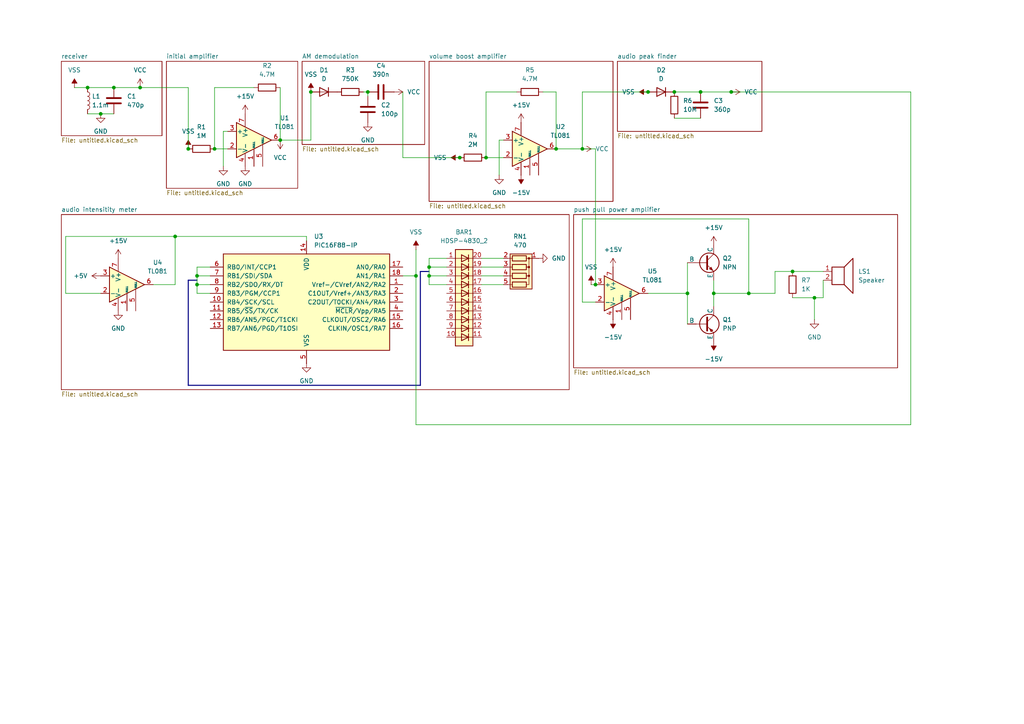
<source format=kicad_sch>
(kicad_sch (version 20250114) (generator "eeschema") (generator_version "9.0")
  (paper "A4")
  (lib_symbols
    (symbol "Amplifier_Operational:TL081" (pin_names (offset 0.127))
      (property "Reference" "U" (at 0 6.35 0))
      (property "Value" "TL081" (at 0 3.81 0))
      (symbol "TL081_0_1"
        (polyline (pts (xy -5.08 5.08) (xy 5.08 0) (xy -5.08 -5.08) (xy -5.08 5.08)) (stroke (width 0.254)) (fill (type background)))
      )
      (symbol "TL081_1_1"
        (pin input line (at -7.62 2.54 0) (length 2.54) (name "+") (number "3"))
        (pin input line (at -7.62 -2.54 0) (length 2.54) (name "-") (number "2"))
        (pin power_in line (at -2.54 7.62 270) (length 3.81) (name "V+") (number "7"))
        (pin power_in line (at -2.54 -7.62 90) (length 3.81) (name "V-") (number "4"))
        (pin no_connect line (at 0 2.54 270) (length 2.54) (hide yes) (name "NC") (number "8"))
        (pin input line (at 0 -7.62 90) (length 5.08) (name "NULL") (number "1"))
        (pin input line (at 2.54 -7.62 90) (length 6.35) (name "NULL") (number "5"))
        (pin output line (at 7.62 0 180) (length 2.54) (name "~") (number "6"))
      )
    )
    (symbol "Device:C" (pin_numbers (hide yes)) (pin_names (offset 0.254))
      (property "Reference" "C" (at 0.635 2.54 0))
      (property "Value" "C" (at 0.635 -2.54 0))
      (symbol "C_0_1"
        (polyline (pts (xy -2.032 0.762) (xy 2.032 0.762)) (stroke (width 0.508)))
        (polyline (pts (xy -2.032 -0.762) (xy 2.032 -0.762)) (stroke (width 0.508)))
      )
      (symbol "C_1_1"
        (pin passive line (at 0 3.81 270) (length 2.794) (name "~") (number "1"))
        (pin passive line (at 0 -3.81 90) (length 2.794) (name "~") (number "2"))
      )
    )
    (symbol "Device:D" (pin_numbers (hide yes)) (pin_names (offset 1.016) (hide yes))
      (property "Reference" "D" (at 0 2.54 0))
      (property "Value" "D" (at 0 -2.54 0))
      (symbol "D_0_1"
        (polyline (pts (xy -1.27 1.27) (xy -1.27 -1.27)) (stroke (width 0.254)))
        (polyline (pts (xy 1.27 1.27) (xy 1.27 -1.27) (xy -1.27 0) (xy 1.27 1.27)) (stroke (width 0.254)))
        (polyline (pts (xy 1.27 0) (xy -1.27 0)))
      )
      (symbol "D_1_1"
        (pin passive line (at -3.81 0 0) (length 2.54) (name "K") (number "1"))
        (pin passive line (at 3.81 0 180) (length 2.54) (name "A") (number "2"))
      )
    )
    (symbol "Device:L" (pin_numbers (hide yes)) (pin_names (offset 1.016) (hide yes))
      (property "Reference" "L" (at -1.27 0 90))
      (property "Value" "L" (at 1.905 0 90))
      (symbol "L_0_1"
        (arc (start 0 2.54) (mid 0.6323 1.905) (end 0 1.27))
        (arc (start 0 1.27) (mid 0.6323 0.635) (end 0 0))
        (arc (start 0 0) (mid 0.6323 -0.635) (end 0 -1.27))
        (arc (start 0 -1.27) (mid 0.6323 -1.905) (end 0 -2.54))
      )
      (symbol "L_1_1"
        (pin passive line (at 0 3.81 270) (length 1.27) (name "1") (number "1"))
        (pin passive line (at 0 -3.81 90) (length 1.27) (name "2") (number "2"))
      )
    )
    (symbol "Device:R" (pin_numbers (hide yes)) (pin_names (offset 0))
      (property "Reference" "R" (at 2.032 0 90))
      (property "Value" "R" (at 0 0 90))
      (symbol "R_0_1"
        (rectangle (start -1.016 -2.54) (end 1.016 2.54) (stroke (width 0.254)))
      )
      (symbol "R_1_1"
        (pin passive line (at 0 3.81 270) (length 1.27) (name "~") (number "1"))
        (pin passive line (at 0 -3.81 90) (length 1.27) (name "~") (number "2"))
      )
    )
    (symbol "Device:R_Network04" (pin_names (offset 0) (hide yes))
      (property "Reference" "RN" (at -7.62 0 90))
      (property "Value" "R_Network04" (at 5.08 0 90))
      (symbol "R_Network04_0_1"
        (rectangle (start -6.35 -3.175) (end 3.81 3.175) (stroke (width 0.254)) (fill (type background)))
        (rectangle (start -5.842 1.524) (end -4.318 -2.54) (stroke (width 0.254)))
        (circle (center -5.08 2.286) (radius 0.254) (fill (type outline)))
        (polyline (pts (xy -5.08 1.524) (xy -5.08 2.286) (xy -2.54 2.286) (xy -2.54 1.524)))
        (polyline (pts (xy -5.08 -2.54) (xy -5.08 -3.81)))
        (rectangle (start -3.302 1.524) (end -1.778 -2.54) (stroke (width 0.254)))
        (circle (center -2.54 2.286) (radius 0.254) (fill (type outline)))
        (polyline (pts (xy -2.54 1.524) (xy -2.54 2.286) (xy 0 2.286) (xy 0 1.524)))
        (polyline (pts (xy -2.54 -2.54) (xy -2.54 -3.81)))
        (rectangle (start -0.762 1.524) (end 0.762 -2.54) (stroke (width 0.254)))
        (circle (center 0 2.286) (radius 0.254) (fill (type outline)))
        (polyline (pts (xy 0 1.524) (xy 0 2.286) (xy 2.54 2.286) (xy 2.54 1.524)))
        (polyline (pts (xy 0 -2.54) (xy 0 -3.81)))
        (rectangle (start 1.778 1.524) (end 3.302 -2.54) (stroke (width 0.254)))
        (polyline (pts (xy 2.54 -2.54) (xy 2.54 -3.81)))
      )
      (symbol "R_Network04_1_1"
        (pin passive line (at -5.08 5.08 270) (length 2.54) (name "common") (number "1"))
        (pin passive line (at -5.08 -5.08 90) (length 1.27) (name "R1") (number "2"))
        (pin passive line (at -2.54 -5.08 90) (length 1.27) (name "R2") (number "3"))
        (pin passive line (at 0 -5.08 90) (length 1.27) (name "R3") (number "4"))
        (pin passive line (at 2.54 -5.08 90) (length 1.27) (name "R4") (number "5"))
      )
    )
    (symbol "Device:Speaker" (pin_names (offset 0) (hide yes))
      (property "Reference" "LS" (at 1.27 5.715 0))
      (property "Value" "Speaker" (at 1.27 3.81 0))
      (symbol "Speaker_0_0"
        (rectangle (start -2.54 1.27) (end 1.016 -3.81) (stroke (width 0.254)))
        (polyline (pts (xy 1.016 1.27) (xy 3.556 3.81) (xy 3.556 -6.35) (xy 1.016 -3.81)) (stroke (width 0.254)))
      )
      (symbol "Speaker_1_1"
        (pin input line (at -5.08 0 0) (length 2.54) (name "1") (number "1"))
        (pin input line (at -5.08 -2.54 0) (length 2.54) (name "2") (number "2"))
      )
    )
    (symbol "LED:HDSP-4830_2" (pin_names (offset 1.016) (hide yes))
      (property "Reference" "BAR" (at 0 15.24 0))
      (property "Value" "HDSP-4830_2" (at 0 -17.78 0))
      (symbol "HDSP-4830_2_0_1"
        (rectangle (start -2.54 12.7) (end 2.54 -15.24) (stroke (width 0.254)) (fill (type background)))
        (polyline (pts (xy -2.54 10.16) (xy 2.54 10.16)))
        (polyline (pts (xy -2.54 7.62) (xy 2.54 7.62)))
        (polyline (pts (xy -2.54 5.08) (xy 2.54 5.08)))
        (polyline (pts (xy -2.54 0) (xy 2.54 0)))
        (polyline (pts (xy -2.54 -5.08) (xy 2.54 -5.08)))
        (polyline (pts (xy -2.54 -7.62) (xy 2.54 -7.62)))
        (polyline (pts (xy -2.54 -10.16) (xy 2.54 -10.16)))
        (polyline (pts (xy -2.54 -12.7) (xy 2.54 -12.7)))
        (polyline (pts (xy -0.762 11.176) (xy -0.762 9.144) (xy 1.27 10.16) (xy -0.762 11.176)) (stroke (width 0.254)))
        (polyline (pts (xy -0.762 8.636) (xy -0.762 6.604) (xy 1.27 7.62) (xy -0.762 8.636)) (stroke (width 0.254)))
        (polyline (pts (xy -0.762 6.096) (xy -0.762 4.064) (xy 1.27 5.08) (xy -0.762 6.096)) (stroke (width 0.254)))
        (polyline (pts (xy -0.762 3.556) (xy -0.762 1.524) (xy 1.27 2.54) (xy -0.762 3.556)) (stroke (width 0.254)))
        (polyline (pts (xy -0.762 1.016) (xy -0.762 -1.016) (xy 1.27 0) (xy -0.762 1.016)) (stroke (width 0.254)))
        (polyline (pts (xy -0.762 -1.524) (xy -0.762 -3.556) (xy 1.27 -2.54) (xy -0.762 -1.524)) (stroke (width 0.254)))
        (polyline (pts (xy -0.762 -4.064) (xy -0.762 -6.096) (xy 1.27 -5.08) (xy -0.762 -4.064)) (stroke (width 0.254)))
        (polyline (pts (xy -0.762 -6.604) (xy -0.762 -8.636) (xy 1.27 -7.62) (xy -0.762 -6.604)) (stroke (width 0.254)))
        (polyline (pts (xy -0.762 -9.144) (xy -0.762 -11.176) (xy 1.27 -10.16) (xy -0.762 -9.144)) (stroke (width 0.254)))
        (polyline (pts (xy -0.762 -11.684) (xy -0.762 -13.716) (xy 1.27 -12.7) (xy -0.762 -11.684)) (stroke (width 0.254)))
        (polyline (pts (xy 1.27 11.176) (xy 1.27 9.144)) (stroke (width 0.254)))
        (polyline (pts (xy 1.27 8.636) (xy 1.27 6.604)) (stroke (width 0.254)))
        (polyline (pts (xy 1.27 6.096) (xy 1.27 4.064)) (stroke (width 0.254)))
        (polyline (pts (xy 1.27 3.556) (xy 1.27 1.524)) (stroke (width 0.254)))
        (polyline (pts (xy 1.27 1.016) (xy 1.27 -1.016)) (stroke (width 0.254)))
        (polyline (pts (xy 1.27 -1.524) (xy 1.27 -3.556)) (stroke (width 0.254)))
        (polyline (pts (xy 1.27 -4.064) (xy 1.27 -6.096)) (stroke (width 0.254)))
        (polyline (pts (xy 1.27 -6.604) (xy 1.27 -8.636)) (stroke (width 0.254)))
        (polyline (pts (xy 1.27 -9.144) (xy 1.27 -11.176)) (stroke (width 0.254)))
        (polyline (pts (xy 1.27 -11.684) (xy 1.27 -13.716)) (stroke (width 0.254)))
        (polyline (pts (xy 2.54 2.54) (xy -2.54 2.54)))
        (polyline (pts (xy 2.54 -2.54) (xy -2.54 -2.54)))
      )
      (symbol "HDSP-4830_2_1_1"
        (pin passive line (at -5.08 10.16 0) (length 2.54) (name "A") (number "1"))
        (pin passive line (at -5.08 7.62 0) (length 2.54) (name "A") (number "2"))
        (pin passive line (at -5.08 5.08 0) (length 2.54) (name "A") (number "3"))
        (pin passive line (at -5.08 2.54 0) (length 2.54) (name "A") (number "4"))
        (pin passive line (at -5.08 0 0) (length 2.54) (name "A") (number "5"))
        (pin passive line (at -5.08 -2.54 0) (length 2.54) (name "A") (number "6"))
        (pin passive line (at -5.08 -5.08 0) (length 2.54) (name "A") (number "7"))
        (pin passive line (at -5.08 -7.62 0) (length 2.54) (name "A") (number "8"))
        (pin passive line (at -5.08 -10.16 0) (length 2.54) (name "A") (number "9"))
        (pin passive line (at -5.08 -12.7 0) (length 2.54) (name "A") (number "10"))
        (pin passive line (at 5.08 10.16 180) (length 2.54) (name "K") (number "20"))
        (pin passive line (at 5.08 7.62 180) (length 2.54) (name "K") (number "19"))
        (pin passive line (at 5.08 5.08 180) (length 2.54) (name "K") (number "18"))
        (pin passive line (at 5.08 2.54 180) (length 2.54) (name "K") (number "17"))
        (pin passive line (at 5.08 0 180) (length 2.54) (name "K") (number "16"))
        (pin passive line (at 5.08 -2.54 180) (length 2.54) (name "K") (number "15"))
        (pin passive line (at 5.08 -5.08 180) (length 2.54) (name "K") (number "14"))
        (pin passive line (at 5.08 -7.62 180) (length 2.54) (name "K") (number "13"))
        (pin passive line (at 5.08 -10.16 180) (length 2.54) (name "K") (number "12"))
        (pin passive line (at 5.08 -12.7 180) (length 2.54) (name "K") (number "11"))
      )
    )
    (symbol "MCU_Microchip_PIC16:PIC16F88-IP" (pin_names (offset 1.016))
      (property "Reference" "U" (at -22.86 17.78 0))
      (property "Value" "PIC16F88-IP" (at -22.86 15.24 0))
      (symbol "PIC16F88-IP_0_1"
        (rectangle (start 24.13 13.97) (end -24.13 -13.97) (stroke (width 0.254)) (fill (type background)))
      )
      (symbol "PIC16F88-IP_1_1"
        (pin bidirectional line (at -27.94 10.16 0) (length 3.81) (name "RB0/INT/CCP1") (number "6"))
        (pin bidirectional line (at -27.94 7.62 0) (length 3.81) (name "RB1/SDI/SDA") (number "7"))
        (pin bidirectional line (at -27.94 5.08 0) (length 3.81) (name "RB2/SDO/RX/DT") (number "8"))
        (pin bidirectional line (at -27.94 2.54 0) (length 3.81) (name "RB3/PGM/CCP1") (number "9"))
        (pin bidirectional line (at -27.94 0 0) (length 3.81) (name "RB4/SCK/SCL") (number "10"))
        (pin bidirectional line (at -27.94 -2.54 0) (length 3.81) (name "RB5/~{SS}/TX/CK") (number "11"))
        (pin bidirectional line (at -27.94 -5.08 0) (length 3.81) (name "RB6/AN5/PGC/T1CKI") (number "12"))
        (pin bidirectional line (at -27.94 -7.62 0) (length 3.81) (name "RB7/AN6/PGD/T1OSI") (number "13"))
        (pin power_in line (at 0 17.78 270) (length 3.81) (name "VDD") (number "14"))
        (pin power_in line (at 0 -17.78 90) (length 3.81) (name "VSS") (number "5"))
        (pin bidirectional line (at 27.94 10.16 180) (length 3.81) (name "AN0/RA0") (number "17"))
        (pin bidirectional line (at 27.94 7.62 180) (length 3.81) (name "AN1/RA1") (number "18"))
        (pin bidirectional line (at 27.94 5.08 180) (length 3.81) (name "Vref-/CVref/AN2/RA2") (number "1"))
        (pin bidirectional line (at 27.94 2.54 180) (length 3.81) (name "C1OUT/Vref+/AN3/RA3") (number "2"))
        (pin bidirectional line (at 27.94 0 180) (length 3.81) (name "C2OUT/T0CKI/AN4/RA4") (number "3"))
        (pin input line (at 27.94 -2.54 180) (length 3.81) (name "~{MCLR}/Vpp/RA5") (number "4"))
        (pin bidirectional line (at 27.94 -5.08 180) (length 3.81) (name "CLKOUT/OSC2/RA6") (number "15"))
        (pin bidirectional line (at 27.94 -7.62 180) (length 3.81) (name "CLKIN/OSC1/RA7") (number "16"))
      )
    )
    (symbol "Simulation_SPICE:NPN" (pin_numbers (hide yes)) (pin_names (offset 0))
      (property "Reference" "Q" (at -2.54 7.62 0))
      (property "Value" "NPN" (at -2.54 5.08 0))
      (symbol "NPN_0_1"
        (polyline (pts (xy -2.54 0) (xy 0.635 0)) (stroke (width 0.1524)))
        (polyline (pts (xy 0.635 1.905) (xy 0.635 -1.905) (xy 0.635 -1.905)) (stroke (width 0.508)))
        (polyline (pts (xy 0.635 0.635) (xy 2.54 2.54)))
        (polyline (pts (xy 0.635 -0.635) (xy 2.54 -2.54) (xy 2.54 -2.54)))
        (circle (center 1.27 0) (radius 2.8194) (stroke (width 0.254)))
        (polyline (pts (xy 1.27 -1.778) (xy 1.778 -1.27) (xy 2.286 -2.286) (xy 1.27 -1.778) (xy 1.27 -1.778)) (fill (type outline)))
        (polyline (pts (xy 2.794 -1.27) (xy 2.794 -1.27)) (stroke (width 0.1524)))
        (polyline (pts (xy 2.794 -1.27) (xy 2.794 -1.27)) (stroke (width 0.1524)))
      )
      (symbol "NPN_1_1"
        (pin input line (at -5.08 0 0) (length 2.54) (name "B") (number "2"))
        (pin open_collector line (at 2.54 5.08 270) (length 2.54) (name "C") (number "1"))
        (pin open_emitter line (at 2.54 -5.08 90) (length 2.54) (name "E") (number "3"))
      )
    )
    (symbol "Simulation_SPICE:PNP" (pin_numbers (hide yes)) (pin_names (offset 0))
      (property "Reference" "Q" (at -2.54 7.62 0))
      (property "Value" "PNP" (at -2.54 5.08 0))
      (symbol "PNP_0_1"
        (polyline (pts (xy -2.54 0) (xy 0.635 0)) (stroke (width 0.1524)))
        (polyline (pts (xy 0.635 1.905) (xy 0.635 -1.905) (xy 0.635 -1.905)) (stroke (width 0.508)))
        (polyline (pts (xy 0.635 0.635) (xy 2.54 2.54)))
        (polyline (pts (xy 0.635 -0.635) (xy 2.54 -2.54) (xy 2.54 -2.54)))
        (circle (center 1.27 0) (radius 2.8194) (stroke (width 0.254)))
        (polyline (pts (xy 2.286 -1.778) (xy 1.778 -2.286) (xy 1.27 -1.27) (xy 2.286 -1.778) (xy 2.286 -1.778)) (fill (type outline)))
      )
      (symbol "PNP_1_1"
        (pin input line (at -5.08 0 0) (length 2.54) (name "B") (number "2"))
        (pin open_collector line (at 2.54 5.08 270) (length 2.54) (name "C") (number "1"))
        (pin open_emitter line (at 2.54 -5.08 90) (length 2.54) (name "E") (number "3"))
      )
    )
    (symbol "power:+15V" (power) (pin_numbers (hide yes)) (pin_names (offset 0) (hide yes))
      (property "Value" "+15V" (at 0 3.556 0))
      (symbol "+15V_0_1"
        (polyline (pts (xy -0.762 1.27) (xy 0 2.54)))
        (polyline (pts (xy 0 2.54) (xy 0.762 1.27)))
        (polyline (pts (xy 0 0) (xy 0 2.54)))
      )
      (symbol "+15V_1_1"
        (pin power_in line (at 0 0 90) (length 0) (name "~") (number "1"))
      )
    )
    (symbol "power:+5V" (power) (pin_numbers (hide yes)) (pin_names (offset 0) (hide yes))
      (property "Value" "+5V" (at 0 3.556 0))
      (symbol "+5V_0_1"
        (polyline (pts (xy -0.762 1.27) (xy 0 2.54)))
        (polyline (pts (xy 0 2.54) (xy 0.762 1.27)))
        (polyline (pts (xy 0 0) (xy 0 2.54)))
      )
      (symbol "+5V_1_1"
        (pin power_in line (at 0 0 90) (length 0) (name "~") (number "1"))
      )
    )
    (symbol "power:-15V" (power) (pin_numbers (hide yes)) (pin_names (offset 0) (hide yes))
      (property "Value" "-15V" (at 0 3.556 0))
      (symbol "-15V_0_0"
        (pin power_in line (at 0 0 90) (length 0) (name "~") (number "1"))
      )
      (symbol "-15V_0_1"
        (polyline (pts (xy 0 0) (xy 0 1.27) (xy 0.762 1.27) (xy 0 2.54) (xy -0.762 1.27) (xy 0 1.27)) (fill (type outline)))
      )
    )
    (symbol "power:GND" (power) (pin_numbers (hide yes)) (pin_names (offset 0) (hide yes))
      (property "Value" "GND" (at 0 -3.81 0))
      (symbol "GND_0_1"
        (polyline (pts (xy 0 0) (xy 0 -1.27) (xy 1.27 -1.27) (xy 0 -2.54) (xy -1.27 -1.27) (xy 0 -1.27)))
      )
      (symbol "GND_1_1"
        (pin power_in line (at 0 0 270) (length 0) (name "~") (number "1"))
      )
    )
    (symbol "power:VCC" (power) (pin_numbers (hide yes)) (pin_names (offset 0) (hide yes))
      (property "Value" "VCC" (at 0 3.556 0))
      (symbol "VCC_0_1"
        (polyline (pts (xy -0.762 1.27) (xy 0 2.54)))
        (polyline (pts (xy 0 2.54) (xy 0.762 1.27)))
        (polyline (pts (xy 0 0) (xy 0 2.54)))
      )
      (symbol "VCC_1_1"
        (pin power_in line (at 0 0 90) (length 0) (name "~") (number "1"))
      )
    )
    (symbol "power:VSS" (power) (pin_numbers (hide yes)) (pin_names (offset 0) (hide yes))
      (property "Value" "VSS" (at 0 3.556 0))
      (symbol "VSS_0_1"
        (polyline (pts (xy 0 0) (xy 0 2.54)))
        (polyline (pts (xy 0.762 1.27) (xy -0.762 1.27) (xy 0 2.54) (xy 0.762 1.27)) (fill (type outline)))
      )
      (symbol "VSS_1_1"
        (pin power_in line (at 0 0 90) (length 0) (name "~") (number "1"))
      )
    )
  )
  (junction (at 81.28 40.64))
  (junction (at 207.01 85.09))
  (junction (at 25.4 25.4))
  (junction (at 217.17 85.09))
  (junction (at 172.72 82.55))
  (junction (at 124.46 77.47))
  (junction (at 199.39 85.09))
  (junction (at 40.64 25.4))
  (junction (at 229.87 78.74))
  (junction (at 140.97 45.72))
  (junction (at 62.23 43.18))
  (junction (at 133.35 45.72))
  (junction (at 33.02 25.4))
  (junction (at 195.58 26.67))
  (junction (at 161.29 43.18))
  (junction (at 29.21 33.02))
  (junction (at 124.46 80.01))
  (junction (at 187.96 26.67))
  (junction (at 54.61 43.18))
  (junction (at 203.2 26.67))
  (junction (at 106.68 26.67))
  (junction (at 90.17 26.67))
  (junction (at 120.65 80.01))
  (junction (at 168.91 43.18))
  (junction (at 57.15 80.01))
  (junction (at 212.09 26.67))
  (junction (at 57.15 82.55))
  (junction (at 50.8 68.58))
  (junction (at 236.22 86.36))
  (wire (pts (xy 207.01 81.28) (xy 207.01 85.09)))
  (wire (pts (xy 168.91 43.18) (xy 168.91 26.67)))
  (wire (pts (xy 60.96 85.09) (xy 57.15 85.09)))
  (bus (pts (xy 121.92 111.76) (xy 54.61 111.76)))
  (wire (pts (xy 238.76 81.28) (xy 238.76 86.36)))
  (wire (pts (xy 212.09 26.67) (xy 264.16 26.67)))
  (wire (pts (xy 146.05 40.64) (xy 144.78 40.64)))
  (wire (pts (xy 81.28 40.64) (xy 81.28 25.4)))
  (wire (pts (xy 217.17 63.5) (xy 168.91 63.5)))
  (wire (pts (xy 168.91 87.63) (xy 172.72 87.63)))
  (wire (pts (xy 124.46 74.93) (xy 124.46 77.47)))
  (wire (pts (xy 120.65 72.39) (xy 120.65 80.01)))
  (wire (pts (xy 44.45 82.55) (xy 50.8 82.55)))
  (wire (pts (xy 171.45 82.55) (xy 172.72 82.55)))
  (wire (pts (xy 60.96 77.47) (xy 57.15 77.47)))
  (wire (pts (xy 57.15 80.01) (xy 57.15 82.55)))
  (wire (pts (xy 140.97 45.72) (xy 146.05 45.72)))
  (wire (pts (xy 224.79 78.74) (xy 229.87 78.74)))
  (wire (pts (xy 172.72 43.18) (xy 172.72 82.55)))
  (wire (pts (xy 116.84 26.67) (xy 116.84 45.72)))
  (wire (pts (xy 33.02 25.4) (xy 40.64 25.4)))
  (wire (pts (xy 50.8 68.58) (xy 19.05 68.58)))
  (bus (pts (xy 54.61 81.28) (xy 57.15 81.28)))
  (wire (pts (xy 195.58 26.67) (xy 203.2 26.67)))
  (wire (pts (xy 161.29 43.18) (xy 161.29 26.67)))
  (wire (pts (xy 129.54 77.47) (xy 124.46 77.47)))
  (wire (pts (xy 224.79 85.09) (xy 224.79 78.74)))
  (wire (pts (xy 73.66 25.4) (xy 62.23 25.4)))
  (wire (pts (xy 54.61 25.4) (xy 54.61 43.18)))
  (wire (pts (xy 161.29 26.67) (xy 157.48 26.67)))
  (wire (pts (xy 29.21 33.02) (xy 33.02 33.02)))
  (wire (pts (xy 149.86 26.67) (xy 140.97 26.67)))
  (wire (pts (xy 187.96 85.09) (xy 199.39 85.09)))
  (wire (pts (xy 88.9 68.58) (xy 88.9 69.85)))
  (wire (pts (xy 120.65 123.19) (xy 120.65 80.01)))
  (wire (pts (xy 238.76 86.36) (xy 236.22 86.36)))
  (wire (pts (xy 19.05 68.58) (xy 19.05 85.09)))
  (wire (pts (xy 236.22 86.36) (xy 229.87 86.36)))
  (wire (pts (xy 146.05 77.47) (xy 139.7 77.47)))
  (wire (pts (xy 168.91 63.5) (xy 168.91 87.63)))
  (wire (pts (xy 50.8 68.58) (xy 88.9 68.58)))
  (wire (pts (xy 50.8 82.55) (xy 50.8 68.58)))
  (wire (pts (xy 64.77 38.1) (xy 64.77 48.26)))
  (bus (pts (xy 124.46 78.74) (xy 121.92 78.74)))
  (bus (pts (xy 121.92 78.74) (xy 121.92 111.76)))
  (wire (pts (xy 236.22 86.36) (xy 236.22 92.71)))
  (wire (pts (xy 116.84 80.01) (xy 120.65 80.01)))
  (wire (pts (xy 60.96 82.55) (xy 57.15 82.55)))
  (wire (pts (xy 81.28 40.64) (xy 90.17 40.64)))
  (wire (pts (xy 124.46 82.55) (xy 124.46 80.01)))
  (wire (pts (xy 144.78 40.64) (xy 144.78 50.8)))
  (wire (pts (xy 203.2 26.67) (xy 212.09 26.67)))
  (wire (pts (xy 207.01 85.09) (xy 217.17 85.09)))
  (wire (pts (xy 62.23 25.4) (xy 62.23 43.18)))
  (wire (pts (xy 66.04 38.1) (xy 64.77 38.1)))
  (wire (pts (xy 229.87 78.74) (xy 238.76 78.74)))
  (wire (pts (xy 217.17 85.09) (xy 224.79 85.09)))
  (wire (pts (xy 40.64 25.4) (xy 54.61 25.4)))
  (wire (pts (xy 25.4 33.02) (xy 29.21 33.02)))
  (wire (pts (xy 19.05 85.09) (xy 29.21 85.09)))
  (wire (pts (xy 129.54 82.55) (xy 124.46 82.55)))
  (wire (pts (xy 57.15 77.47) (xy 57.15 80.01)))
  (wire (pts (xy 25.4 25.4) (xy 33.02 25.4)))
  (wire (pts (xy 168.91 43.18) (xy 172.72 43.18)))
  (wire (pts (xy 146.05 74.93) (xy 139.7 74.93)))
  (wire (pts (xy 199.39 85.09) (xy 199.39 93.98)))
  (wire (pts (xy 21.59 25.4) (xy 25.4 25.4)))
  (wire (pts (xy 106.68 26.67) (xy 106.68 27.94)))
  (wire (pts (xy 57.15 80.01) (xy 60.96 80.01)))
  (wire (pts (xy 116.84 45.72) (xy 133.35 45.72)))
  (wire (pts (xy 105.41 26.67) (xy 106.68 26.67)))
  (wire (pts (xy 161.29 43.18) (xy 168.91 43.18)))
  (bus (pts (xy 54.61 81.28) (xy 54.61 111.76)))
  (wire (pts (xy 90.17 40.64) (xy 90.17 26.67)))
  (wire (pts (xy 207.01 85.09) (xy 207.01 88.9)))
  (wire (pts (xy 140.97 26.67) (xy 140.97 45.72)))
  (wire (pts (xy 199.39 85.09) (xy 199.39 76.2)))
  (wire (pts (xy 146.05 80.01) (xy 139.7 80.01)))
  (wire (pts (xy 146.05 82.55) (xy 139.7 82.55)))
  (wire (pts (xy 57.15 82.55) (xy 57.15 85.09)))
  (wire (pts (xy 264.16 123.19) (xy 120.65 123.19)))
  (wire (pts (xy 124.46 77.47) (xy 124.46 80.01)))
  (wire (pts (xy 62.23 43.18) (xy 66.04 43.18)))
  (wire (pts (xy 264.16 26.67) (xy 264.16 123.19)))
  (wire (pts (xy 129.54 74.93) (xy 124.46 74.93)))
  (wire (pts (xy 168.91 26.67) (xy 187.96 26.67)))
  (wire (pts (xy 195.58 34.29) (xy 203.2 34.29)))
  (wire (pts (xy 217.17 85.09) (xy 217.17 63.5)))
  (wire (pts (xy 129.54 80.01) (xy 124.46 80.01)))
  (symbol (lib_id "Device:D") (at 191.77 26.67 180) (unit 1)
    (property "Reference" "D2" (at 191.77 20.32 0))
    (property "Value" "D" (at 191.77 22.86 0))
    (property "Description" "Diode" (effects (hide yes)))
    (property "Sim.Device" "D" (effects (hide yes)))
    (property "Sim.Pins" "1=K 2=A" (effects (hide yes)))
  )
  (symbol (lib_id "power:-15V") (at 177.8 92.71 180) (unit 1)
    (property "Reference" "#PWR030" (effects (hide yes)))
    (property "Value" "-15V" (at 177.8 97.79 0))
    (property "Description" "Power symbol creates a global label with name \"-15V\"" (effects (hide yes)))
  )
  (symbol (lib_id "power:GND") (at 156.21 74.93 90) (unit 1)
    (property "Reference" "#PWR023" (effects (hide yes)))
    (property "Value" "GND" (at 160.02 74.9299 90) (effects (justify right)))
    (property "Description" "Power symbol creates a global label with name \"GND\" , ground" (effects (hide yes)))
  )
  (symbol (lib_id "power:VCC") (at 114.3 26.67 270) (unit 1)
    (property "Reference" "#PWR020" (effects (hide yes)))
    (property "Value" "VCC" (at 118.11 26.6699 90) (effects (justify left)))
    (property "Description" "Power symbol creates a global label with name \"VCC\"" (effects (hide yes)))
  )
  (symbol (lib_id "power:VSS") (at 54.61 43.18 0) (unit 1)
    (property "Reference" "#PWR016" (effects (hide yes)))
    (property "Value" "VSS" (at 54.61 38.1 0))
    (property "Description" "Power symbol creates a global label with name \"VSS\"" (effects (hide yes)))
  )
  (symbol (lib_id "Device:R") (at 229.87 82.55 0) (unit 1)
    (property "Reference" "R7" (at 232.41 81.2799 0) (effects (justify left)))
    (property "Value" "1K" (at 232.41 83.8199 0) (effects (justify left)))
    (property "Description" "Resistor" (effects (hide yes)))
  )
  (symbol (lib_id "Device:C") (at 110.49 26.67 270) (unit 1)
    (property "Reference" "C4" (at 110.49 19.05 90))
    (property "Value" "390n" (at 110.49 21.59 90))
    (property "Description" "Unpolarized capacitor" (effects (hide yes)))
  )
  (symbol (lib_id "power:GND") (at 144.78 50.8 0) (unit 1)
    (property "Reference" "#PWR06" (effects (hide yes)))
    (property "Value" "GND" (at 144.78 55.88 0))
    (property "Description" "Power symbol creates a global label with name \"GND\" , ground" (effects (hide yes)))
  )
  (symbol (lib_id "power:-15V") (at 207.01 99.06 180) (unit 1)
    (property "Reference" "#PWR026" (effects (hide yes)))
    (property "Value" "-15V" (at 207.01 104.14 0))
    (property "Description" "Power symbol creates a global label with name \"-15V\"" (effects (hide yes)))
  )
  (symbol (lib_id "power:+15V") (at 151.13 35.56 0) (unit 1)
    (property "Reference" "#PWR07" (effects (hide yes)))
    (property "Value" "+15V" (at 151.13 30.48 0))
    (property "Description" "Power symbol creates a global label with name \"+15V\"" (effects (hide yes)))
  )
  (symbol (lib_id "power:+5V") (at 29.21 80.01 90) (unit 1)
    (property "Reference" "#PWR012" (effects (hide yes)))
    (property "Value" "+5V" (at 25.4 80.0099 90) (effects (justify left)))
    (property "Description" "Power symbol creates a global label with name \"+5V\"" (effects (hide yes)))
  )
  (symbol (lib_id "power:+15V") (at 34.29 74.93 0) (unit 1)
    (property "Reference" "#PWR010" (effects (hide yes)))
    (property "Value" "+15V" (at 34.29 69.85 0))
    (property "Description" "Power symbol creates a global label with name \"+15V\"" (effects (hide yes)))
  )
  (symbol (lib_id "power:VSS") (at 120.65 72.39 0) (unit 1)
    (property "Reference" "#PWR022" (effects (hide yes)))
    (property "Value" "VSS" (at 120.65 67.31 0))
    (property "Description" "Power symbol creates a global label with name \"VSS\"" (effects (hide yes)))
  )
  (symbol (lib_id "Device:D") (at 93.98 26.67 0) (mirror y) (unit 1)
    (property "Reference" "D1" (at 93.98 20.32 0))
    (property "Value" "D" (at 93.98 22.86 0))
    (property "Description" "Diode" (effects (hide yes)))
    (property "Sim.Device" "D" (effects (hide yes)))
    (property "Sim.Pins" "1=K 2=A" (effects (hide yes)))
  )
  (symbol (lib_id "Simulation_SPICE:PNP") (at 204.47 93.98 0) (unit 1)
    (property "Reference" "Q1" (at 209.55 92.7099 0) (effects (justify left)))
    (property "Value" "PNP" (at 209.55 95.2499 0) (effects (justify left)))
    (property "Datasheet" "https://ngspice.sourceforge.io/docs/ngspice-html-manual/manual.xhtml#cha_BJTs" (effects (hide yes)))
    (property "Description" "Bipolar transistor symbol for simulation only, substrate tied to the emitter" (effects (hide yes)))
    (property "Sim.Device" "PNP" (effects (hide yes)))
    (property "Sim.Type" "GUMMELPOON" (effects (hide yes)))
    (property "Sim.Pins" "1=C 2=B 3=E" (effects (hide yes)))
  )
  (symbol (lib_id "Device:R") (at 77.47 25.4 270) (unit 1)
    (property "Reference" "R2" (at 77.47 19.05 90))
    (property "Value" "4.7M" (at 77.47 21.59 90))
    (property "Description" "Resistor" (effects (hide yes)))
  )
  (symbol (lib_id "Device:R") (at 137.16 45.72 270) (unit 1)
    (property "Reference" "R4" (at 137.16 39.37 90))
    (property "Value" "2M" (at 137.16 41.91 90))
    (property "Description" "Resistor" (effects (hide yes)))
  )
  (symbol (lib_id "Device:Speaker") (at 243.84 78.74 0) (unit 1)
    (property "Reference" "LS1" (at 248.92 78.7399 0) (effects (justify left)))
    (property "Value" "Speaker" (at 248.92 81.2799 0) (effects (justify left)))
    (property "Description" "Speaker" (effects (hide yes)))
  )
  (symbol (lib_id "Device:R_Network04") (at 151.13 80.01 270) (unit 1)
    (property "Reference" "RN1" (at 150.876 68.58 90))
    (property "Value" "470" (at 150.876 71.12 90))
    (property "Footprint" "Resistor_THT:R_Array_SIP5" (effects (hide yes)))
    (property "Datasheet" "http://www.vishay.com/docs/31509/csc.pdf" (effects (hide yes)))
    (property "Description" "4 resistor network, star topology, bussed resistors, small symbol" (effects (hide yes)))
  )
  (symbol (lib_id "power:VSS") (at 21.59 25.4 0) (unit 1)
    (property "Reference" "#PWR017" (effects (hide yes)))
    (property "Value" "VSS" (at 21.59 20.32 0))
    (property "Description" "Power symbol creates a global label with name \"VSS\"" (effects (hide yes)))
  )
  (symbol (lib_id "power:VCC") (at 212.09 26.67 270) (unit 1)
    (property "Reference" "#PWR027" (effects (hide yes)))
    (property "Value" "VCC" (at 215.9 26.6699 90) (effects (justify left)))
    (property "Description" "Power symbol creates a global label with name \"VCC\"" (effects (hide yes)))
  )
  (symbol (lib_id "power:VCC") (at 168.91 43.18 270) (unit 1)
    (property "Reference" "#PWR021" (effects (hide yes)))
    (property "Value" "VCC" (at 172.72 43.1799 90) (effects (justify left)))
    (property "Description" "Power symbol creates a global label with name \"VCC\"" (effects (hide yes)))
  )
  (symbol (lib_id "MCU_Microchip_PIC16:PIC16F88-IP") (at 88.9 87.63 0) (unit 1)
    (property "Reference" "U3" (at 91.0433 68.58 0) (effects (justify left)))
    (property "Value" "PIC16F88-IP" (at 91.0433 71.12 0) (effects (justify left)))
    (property "Datasheet" "http://ww1.microchip.com/downloads/en/DeviceDoc/30487D.pdf" (effects (hide yes)))
    (property "Description" "PIC16F88, 4096W Flash, 368B SRAM, 256B EEPROM, DIP18" (effects (hide yes)))
  )
  (symbol (lib_id "power:GND") (at 106.68 35.56 0) (unit 1)
    (property "Reference" "#PWR05" (effects (hide yes)))
    (property "Value" "GND" (at 106.68 40.64 0))
    (property "Description" "Power symbol creates a global label with name \"GND\" , ground" (effects (hide yes)))
  )
  (symbol (lib_id "power:+15V") (at 177.8 77.47 0) (unit 1)
    (property "Reference" "#PWR029" (effects (hide yes)))
    (property "Value" "+15V" (at 177.8 72.39 0))
    (property "Description" "Power symbol creates a global label with name \"+15V\"" (effects (hide yes)))
  )
  (symbol (lib_id "Device:R") (at 195.58 30.48 0) (unit 1)
    (property "Reference" "R6" (at 198.12 29.2099 0) (effects (justify left)))
    (property "Value" "10M" (at 198.12 31.7499 0) (effects (justify left)))
    (property "Description" "Resistor" (effects (hide yes)))
  )
  (symbol (lib_id "Device:L") (at 25.4 29.21 0) (unit 1)
    (property "Reference" "L1" (at 26.67 27.9399 0) (effects (justify left)))
    (property "Value" "1.1m" (at 26.67 30.4799 0) (effects (justify left)))
    (property "Description" "Inductor" (effects (hide yes)))
  )
  (symbol (lib_id "power:GND") (at 88.9 105.41 0) (unit 1)
    (property "Reference" "#PWR09" (effects (hide yes)))
    (property "Value" "GND" (at 88.9 110.49 0))
    (property "Description" "Power symbol creates a global label with name \"GND\" , ground" (effects (hide yes)))
  )
  (symbol (lib_id "Simulation_SPICE:NPN") (at 204.47 76.2 0) (unit 1)
    (property "Reference" "Q2" (at 209.55 74.9299 0) (effects (justify left)))
    (property "Value" "NPN" (at 209.55 77.4699 0) (effects (justify left)))
    (property "Datasheet" "https://ngspice.sourceforge.io/docs/ngspice-html-manual/manual.xhtml#cha_BJTs" (effects (hide yes)))
    (property "Description" "Bipolar transistor symbol for simulation only, substrate tied to the emitter" (effects (hide yes)))
    (property "Sim.Device" "NPN" (effects (hide yes)))
    (property "Sim.Type" "GUMMELPOON" (effects (hide yes)))
    (property "Sim.Pins" "1=C 2=B 3=E" (effects (hide yes)))
  )
  (symbol (lib_id "power:+15V") (at 71.12 33.02 0) (unit 1)
    (property "Reference" "#PWR02" (effects (hide yes)))
    (property "Value" "+15V" (at 71.12 27.94 0))
    (property "Description" "Power symbol creates a global label with name \"+15V\"" (effects (hide yes)))
  )
  (symbol (lib_id "power:GND") (at 71.12 48.26 0) (unit 1)
    (property "Reference" "#PWR03" (effects (hide yes)))
    (property "Value" "GND" (at 71.12 53.34 0))
    (property "Description" "Power symbol creates a global label with name \"GND\" , ground" (effects (hide yes)))
  )
  (symbol (lib_id "LED:HDSP-4830_2") (at 134.62 85.09 0) (unit 1)
    (property "Reference" "BAR1" (at 134.62 67.31 0))
    (property "Value" "HDSP-4830_2" (at 134.62 69.85 0))
    (property "Footprint" "Display:HDSP-4830" (effects (hide yes)))
    (property "Datasheet" "https://docs.broadcom.com/docs/AV02-1798EN" (effects (hide yes)))
    (property "Description" "BAR GRAPH 10 segment block, high efficiency red" (effects (hide yes)))
  )
  (symbol (lib_id "power:VCC") (at 40.64 25.4 0) (unit 1)
    (property "Reference" "#PWR018" (effects (hide yes)))
    (property "Value" "VCC" (at 40.64 20.32 0))
    (property "Description" "Power symbol creates a global label with name \"VCC\"" (effects (hide yes)))
  )
  (symbol (lib_id "Amplifier_Operational:TL081") (at 153.67 43.18 0) (unit 1)
    (property "Reference" "U2" (at 162.56 36.7598 0))
    (property "Value" "TL081" (at 162.56 39.2998 0))
    (property "Datasheet" "http://www.ti.com/lit/ds/symlink/tl081.pdf" (effects (hide yes)))
    (property "Description" "Single JFET-Input Operational Amplifiers, DIP-8/SOIC-8" (effects (hide yes)))
  )
  (symbol (lib_id "power:VSS") (at 187.96 26.67 90) (unit 1)
    (property "Reference" "#PWR013" (effects (hide yes)))
    (property "Value" "VSS" (at 184.15 26.6699 90) (effects (justify left)))
    (property "Description" "Power symbol creates a global label with name \"VSS\"" (effects (hide yes)))
  )
  (symbol (lib_id "power:VCC") (at 81.28 40.64 180) (unit 1)
    (property "Reference" "#PWR019" (effects (hide yes)))
    (property "Value" "VCC" (at 81.28 45.72 0))
    (property "Description" "Power symbol creates a global label with name \"VCC\"" (effects (hide yes)))
  )
  (symbol (lib_id "Amplifier_Operational:TL081") (at 180.34 85.09 0) (unit 1)
    (property "Reference" "U5" (at 189.23 78.6698 0))
    (property "Value" "TL081" (at 189.23 81.2098 0))
    (property "Datasheet" "http://www.ti.com/lit/ds/symlink/tl081.pdf" (effects (hide yes)))
    (property "Description" "Single JFET-Input Operational Amplifiers, DIP-8/SOIC-8" (effects (hide yes)))
  )
  (symbol (lib_id "power:VSS") (at 133.35 45.72 90) (unit 1)
    (property "Reference" "#PWR014" (effects (hide yes)))
    (property "Value" "VSS" (at 129.54 45.7199 90) (effects (justify left)))
    (property "Description" "Power symbol creates a global label with name \"VSS\"" (effects (hide yes)))
  )
  (symbol (lib_id "power:GND") (at 64.77 48.26 0) (unit 1)
    (property "Reference" "#PWR04" (effects (hide yes)))
    (property "Value" "GND" (at 64.77 53.34 0))
    (property "Description" "Power symbol creates a global label with name \"GND\" , ground" (effects (hide yes)))
  )
  (symbol (lib_id "Amplifier_Operational:TL081") (at 36.83 82.55 0) (unit 1)
    (property "Reference" "U4" (at 45.72 76.1298 0))
    (property "Value" "TL081" (at 45.72 78.6698 0))
    (property "Datasheet" "http://www.ti.com/lit/ds/symlink/tl081.pdf" (effects (hide yes)))
    (property "Description" "Single JFET-Input Operational Amplifiers, DIP-8/SOIC-8" (effects (hide yes)))
  )
  (symbol (lib_id "Device:C") (at 33.02 29.21 0) (unit 1)
    (property "Reference" "C1" (at 36.83 27.9399 0) (effects (justify left)))
    (property "Value" "470p" (at 36.83 30.4799 0) (effects (justify left)))
    (property "Description" "Unpolarized capacitor" (effects (hide yes)))
  )
  (symbol (lib_id "Device:R") (at 58.42 43.18 90) (unit 1)
    (property "Reference" "R1" (at 58.42 36.83 90))
    (property "Value" "1M" (at 58.42 39.37 90))
    (property "Description" "Resistor" (effects (hide yes)))
  )
  (symbol (lib_id "power:GND") (at 29.21 33.02 0) (unit 1)
    (property "Reference" "#PWR01" (effects (hide yes)))
    (property "Value" "GND" (at 29.21 38.1 0))
    (property "Description" "Power symbol creates a global label with name \"GND\" , ground" (effects (hide yes)))
  )
  (symbol (lib_id "Device:R") (at 101.6 26.67 90) (unit 1)
    (property "Reference" "R3" (at 101.6 20.32 90))
    (property "Value" "750K" (at 101.6 22.86 90))
    (property "Description" "Resistor" (effects (hide yes)))
  )
  (symbol (lib_id "power:VSS") (at 90.17 26.67 0) (unit 1)
    (property "Reference" "#PWR015" (effects (hide yes)))
    (property "Value" "VSS" (at 90.17 21.59 0))
    (property "Description" "Power symbol creates a global label with name \"VSS\"" (effects (hide yes)))
  )
  (symbol (lib_id "power:VSS") (at 171.45 82.55 0) (unit 1)
    (property "Reference" "#PWR028" (effects (hide yes)))
    (property "Value" "VSS" (at 171.45 77.47 0))
    (property "Description" "Power symbol creates a global label with name \"VSS\"" (effects (hide yes)))
  )
  (symbol (lib_id "power:GND") (at 236.22 92.71 0) (unit 1)
    (property "Reference" "#PWR024" (effects (hide yes)))
    (property "Value" "GND" (at 236.22 97.79 0))
    (property "Description" "Power symbol creates a global label with name \"GND\" , ground" (effects (hide yes)))
  )
  (symbol (lib_id "Amplifier_Operational:TL081") (at 73.66 40.64 0) (unit 1)
    (property "Reference" "U1" (at 82.55 34.2198 0))
    (property "Value" "TL081" (at 82.55 36.7598 0))
    (property "Datasheet" "http://www.ti.com/lit/ds/symlink/tl081.pdf" (effects (hide yes)))
    (property "Description" "Single JFET-Input Operational Amplifiers, DIP-8/SOIC-8" (effects (hide yes)))
  )
  (symbol (lib_id "Device:C") (at 203.2 30.48 0) (unit 1)
    (property "Reference" "C3" (at 207.01 29.2099 0) (effects (justify left)))
    (property "Value" "360p" (at 207.01 31.7499 0) (effects (justify left)))
    (property "Description" "Unpolarized capacitor" (effects (hide yes)))
  )
  (symbol (lib_id "Device:R") (at 153.67 26.67 270) (unit 1)
    (property "Reference" "R5" (at 153.67 20.32 90))
    (property "Value" "4.7M" (at 153.67 22.86 90))
    (property "Description" "Resistor" (effects (hide yes)))
  )
  (symbol (lib_id "power:GND") (at 34.29 90.17 0) (unit 1)
    (property "Reference" "#PWR011" (effects (hide yes)))
    (property "Value" "GND" (at 34.29 95.25 0))
    (property "Description" "Power symbol creates a global label with name \"GND\" , ground" (effects (hide yes)))
  )
  (symbol (lib_id "power:-15V") (at 151.13 50.8 180) (unit 1)
    (property "Reference" "#PWR08" (effects (hide yes)))
    (property "Value" "-15V" (at 151.13 55.88 0))
    (property "Description" "Power symbol creates a global label with name \"-15V\"" (effects (hide yes)))
  )
  (symbol (lib_id "Device:C") (at 106.68 31.75 0) (unit 1)
    (property "Reference" "C2" (at 110.49 30.4799 0) (effects (justify left)))
    (property "Value" "100p" (at 110.49 33.0199 0) (effects (justify left)))
    (property "Description" "Unpolarized capacitor" (effects (hide yes)))
  )
  (symbol (lib_id "power:+15V") (at 207.01 71.12 0) (unit 1)
    (property "Reference" "#PWR025" (effects (hide yes)))
    (property "Value" "+15V" (at 207.01 66.04 0))
    (property "Description" "Power symbol creates a global label with name \"+15V\"" (effects (hide yes)))
  )
  (sheet (at 179.07 17.78) (size 41.91 20.32) (stroke (width 0.1524))
    (property "Sheetname" "audio peak finder" (at 179.07 17.0684 0) (effects (justify left bottom)))
    (property "Sheetfile" "untitled.kicad_sch" (at 179.07 38.6846 0) (effects (justify left top)))
  )
  (sheet (at 48.26 17.78) (size 38.1 36.83) (stroke (width 0.1524))
    (property "Sheetname" "initial amplifier" (at 48.26 17.0684 0) (effects (justify left bottom)))
    (property "Sheetfile" "untitled.kicad_sch" (at 48.26 55.1946 0) (effects (justify left top)))
  )
  (sheet (at 124.46 17.78) (size 53.34 40.64) (stroke (width 0.1524))
    (property "Sheetname" "volume boost amplifier" (at 124.46 17.0684 0) (effects (justify left bottom)))
    (property "Sheetfile" "untitled.kicad_sch" (at 124.46 59.0046 0) (effects (justify left top)))
  )
  (sheet (at 166.37 62.23) (size 93.98 44.45) (stroke (width 0.1524))
    (property "Sheetname" "push pull power amplifier" (at 166.37 61.5184 0) (effects (justify left bottom)))
    (property "Sheetfile" "untitled.kicad_sch" (at 166.37 107.2646 0) (effects (justify left top)))
  )
  (sheet (at 87.63 17.78) (size 35.56 24.13) (stroke (width 0.1524))
    (property "Sheetname" "AM demodulation" (at 87.63 17.0684 0) (effects (justify left bottom)))
    (property "Sheetfile" "untitled.kicad_sch" (at 87.63 42.4946 0) (effects (justify left top)))
  )
  (sheet (at 17.78 17.78) (size 29.21 21.59) (stroke (width 0.1524))
    (property "Sheetname" "receiver" (at 17.78 17.0684 0) (effects (justify left bottom)))
    (property "Sheetfile" "untitled.kicad_sch" (at 17.78 39.9546 0) (effects (justify left top)))
  )
  (sheet (at 17.78 62.23) (size 147.32 50.8) (stroke (width 0.1524))
    (property "Sheetname" "audio intensitity meter" (at 17.78 61.5184 0) (effects (justify left bottom)))
    (property "Sheetfile" "untitled.kicad_sch" (at 17.78 113.6146 0) (effects (justify left top)))
  )
)
</source>
